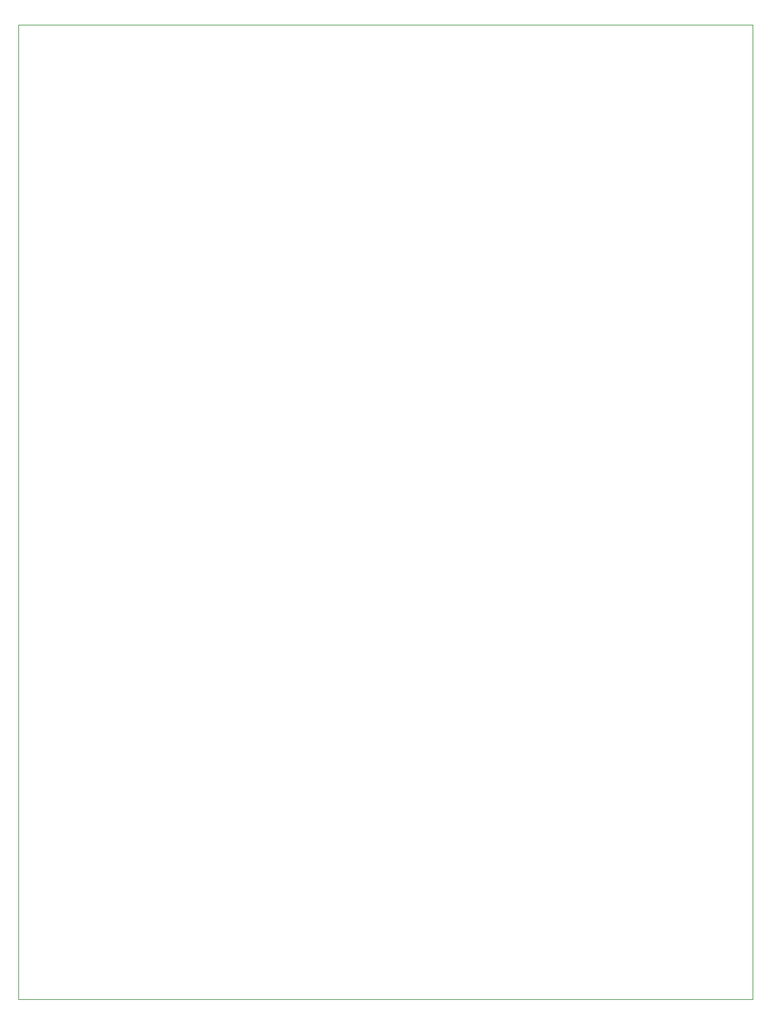
<source format=gbr>
%TF.GenerationSoftware,KiCad,Pcbnew,(5.1.8-0-10_14)*%
%TF.CreationDate,2021-09-13T18:23:07-04:00*%
%TF.ProjectId,wahwah,77616877-6168-42e6-9b69-6361645f7063,rev?*%
%TF.SameCoordinates,Original*%
%TF.FileFunction,Profile,NP*%
%FSLAX46Y46*%
G04 Gerber Fmt 4.6, Leading zero omitted, Abs format (unit mm)*
G04 Created by KiCad (PCBNEW (5.1.8-0-10_14)) date 2021-09-13 18:23:07*
%MOMM*%
%LPD*%
G01*
G04 APERTURE LIST*
%TA.AperFunction,Profile*%
%ADD10C,0.050000*%
%TD*%
G04 APERTURE END LIST*
D10*
X-599000000Y-100000000D02*
X-501000000Y-100000000D01*
X-599000000Y30000000D02*
X-501000000Y30000000D01*
X-501000000Y-100000000D02*
X-501000000Y30000000D01*
X-599000000Y30000000D02*
X-599000000Y-100000000D01*
M02*

</source>
